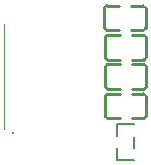
<source format=gbo>
G04*
G04 #@! TF.GenerationSoftware,Altium Limited,Altium Designer,20.0.13 (296)*
G04*
G04 Layer_Color=32896*
%FSLAX24Y24*%
%MOIN*%
G70*
G01*
G75*
%ADD10C,0.0039*%
%ADD11C,0.0100*%
%ADD15C,0.0060*%
%ADD25R,0.0079X0.0079*%
D10*
X6087Y4664D02*
Y4764D01*
Y6964D02*
Y8164D01*
Y4764D02*
Y6964D01*
D11*
X9429Y8026D02*
G03*
X9508Y7947I79J0D01*
G01*
Y8766D02*
G03*
X9429Y8687I0J-79D01*
G01*
X10728Y7947D02*
G03*
X10807Y8026I0J79D01*
G01*
X10807Y8687D02*
G03*
X10728Y8766I-79J0D01*
G01*
X10827Y6728D02*
G03*
X10748Y6807I-79J0D01*
G01*
Y5988D02*
G03*
X10827Y6067I0J79D01*
G01*
X9528Y6807D02*
G03*
X9449Y6728I0J-79D01*
G01*
X9449Y6067D02*
G03*
X9528Y5988I79J0D01*
G01*
X10827Y5744D02*
G03*
X10748Y5823I-79J0D01*
G01*
Y5004D02*
G03*
X10827Y5083I0J79D01*
G01*
X9528Y5823D02*
G03*
X9449Y5744I0J-79D01*
G01*
X9449Y5083D02*
G03*
X9528Y5004I79J0D01*
G01*
X9449Y7041D02*
G03*
X9528Y6963I79J0D01*
G01*
Y7782D02*
G03*
X9449Y7703I0J-79D01*
G01*
X10748Y6963D02*
G03*
X10827Y7041I0J79D01*
G01*
Y7703D02*
G03*
X10748Y7782I-79J0D01*
G01*
X9429Y8026D02*
Y8041D01*
Y8671D02*
Y8687D01*
X10807Y8026D02*
Y8041D01*
X10807Y8671D02*
Y8687D01*
Y8671D02*
Y8679D01*
X10315Y8766D02*
X10728D01*
X10315Y7947D02*
X10728D01*
X9508Y8766D02*
X9921D01*
X9508Y7947D02*
X9921D01*
X10807Y8041D02*
X10807Y8671D01*
X9429Y8041D02*
Y8671D01*
X10827Y6713D02*
Y6728D01*
Y6067D02*
Y6083D01*
X9449Y6713D02*
Y6728D01*
X9449Y6067D02*
Y6083D01*
Y6075D02*
Y6083D01*
X9528Y5988D02*
X9941D01*
X9528Y6807D02*
X9941D01*
X10335Y5988D02*
X10748D01*
X10335Y6807D02*
X10748D01*
X9449Y6083D02*
X9449Y6713D01*
X10827Y6083D02*
Y6713D01*
Y5728D02*
Y5744D01*
Y5083D02*
Y5098D01*
X9449Y5728D02*
Y5744D01*
X9449Y5083D02*
Y5098D01*
Y5091D02*
Y5098D01*
X9528Y5004D02*
X9941D01*
X9528Y5823D02*
X9941D01*
X10335Y5004D02*
X10748D01*
X10335Y5823D02*
X10748D01*
X9449Y5098D02*
X9449Y5728D01*
X10827Y5098D02*
Y5728D01*
X10827Y7057D02*
Y7687D01*
X9449Y7057D02*
X9449Y7687D01*
X10335Y7782D02*
X10748D01*
X10335Y6963D02*
X10748D01*
X9528Y7782D02*
X9941D01*
X9528Y6963D02*
X9941D01*
X9449Y7049D02*
Y7057D01*
Y7041D02*
Y7057D01*
X9449Y7687D02*
Y7703D01*
X10827Y7041D02*
Y7057D01*
Y7687D02*
Y7703D01*
D15*
X10424Y4033D02*
Y4392D01*
X9852Y4407D02*
Y4813D01*
X10424D01*
X9852Y3612D02*
Y4018D01*
Y3612D02*
X10424D01*
D25*
X6397Y4524D02*
D03*
M02*

</source>
